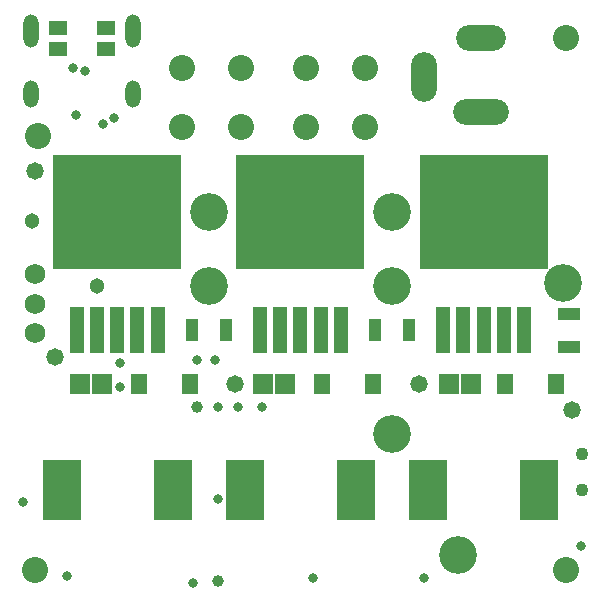
<source format=gbs>
G04*
G04 #@! TF.GenerationSoftware,Altium Limited,CircuitMaker,2.3.0 (2.3.0.3)*
G04*
G04 Layer_Color=8150272*
%FSLAX25Y25*%
%MOIN*%
G70*
G04*
G04 #@! TF.SameCoordinates,16FC6845-B66D-4252-ADF8-C3080C0A7A4D*
G04*
G04*
G04 #@! TF.FilePolarity,Negative*
G04*
G01*
G75*
G04:AMPARAMS|DCode=51|XSize=90.68mil|YSize=51.31mil|CornerRadius=25.65mil|HoleSize=0mil|Usage=FLASHONLY|Rotation=270.000|XOffset=0mil|YOffset=0mil|HoleType=Round|Shape=RoundedRectangle|*
%AMROUNDEDRECTD51*
21,1,0.09068,0.00000,0,0,270.0*
21,1,0.03937,0.05131,0,0,270.0*
1,1,0.05131,0.00000,-0.01968*
1,1,0.05131,0.00000,0.01968*
1,1,0.05131,0.00000,0.01968*
1,1,0.05131,0.00000,-0.01968*
%
%ADD51ROUNDEDRECTD51*%
G04:AMPARAMS|DCode=52|XSize=110.36mil|YSize=51.31mil|CornerRadius=25.65mil|HoleSize=0mil|Usage=FLASHONLY|Rotation=270.000|XOffset=0mil|YOffset=0mil|HoleType=Round|Shape=RoundedRectangle|*
%AMROUNDEDRECTD52*
21,1,0.11036,0.00000,0,0,270.0*
21,1,0.05905,0.05131,0,0,270.0*
1,1,0.05131,0.00000,-0.02953*
1,1,0.05131,0.00000,0.02953*
1,1,0.05131,0.00000,0.02953*
1,1,0.05131,0.00000,-0.02953*
%
%ADD52ROUNDEDRECTD52*%
%ADD53C,0.04343*%
%ADD54C,0.06800*%
%ADD55O,0.08674X0.16548*%
%ADD56O,0.16548X0.08674*%
%ADD57O,0.18516X0.08674*%
%ADD58C,0.08674*%
%ADD59C,0.03950*%
%ADD60C,0.03162*%
%ADD61C,0.05131*%
%ADD62C,0.05800*%
%ADD63C,0.12611*%
%ADD103R,0.05800X0.06600*%
%ADD104R,0.06902X0.06902*%
%ADD105R,0.04343X0.07296*%
%ADD106R,0.07296X0.04343*%
%ADD107R,0.12611X0.20485*%
%ADD108R,0.06115X0.04737*%
%ADD109R,0.43123X0.38005*%
%ADD110R,0.04737X0.15761*%
D51*
X142598Y268347D02*
D03*
X108583D02*
D03*
D52*
Y289449D02*
D03*
X142598D02*
D03*
D53*
X292421Y148228D02*
D03*
Y136417D02*
D03*
D54*
X109843Y188583D02*
D03*
Y198425D02*
D03*
Y208268D02*
D03*
D55*
X239567Y274213D02*
D03*
D56*
X258465Y287008D02*
D03*
D57*
Y262402D02*
D03*
D58*
X200394Y257480D02*
D03*
X220079D02*
D03*
Y277165D02*
D03*
X200394D02*
D03*
X159055Y257480D02*
D03*
X178740D02*
D03*
Y277165D02*
D03*
X159055D02*
D03*
X110827Y254528D02*
D03*
X109843Y109843D02*
D03*
X287008D02*
D03*
Y287008D02*
D03*
D59*
X163976Y163976D02*
D03*
X170866Y105905D02*
D03*
D60*
Y163976D02*
D03*
X177756D02*
D03*
X185630D02*
D03*
X239764Y106890D02*
D03*
X169882Y179724D02*
D03*
X163976D02*
D03*
X138386Y178740D02*
D03*
Y170866D02*
D03*
X105905Y132480D02*
D03*
X120669Y107874D02*
D03*
X162500Y105413D02*
D03*
X170866Y133465D02*
D03*
X202559Y107087D02*
D03*
X291929Y117717D02*
D03*
X122638Y277165D02*
D03*
X126575Y276181D02*
D03*
X136417Y260433D02*
D03*
X123622Y261417D02*
D03*
X132480Y258465D02*
D03*
D61*
X130512Y204331D02*
D03*
X108858Y225984D02*
D03*
D62*
X109843Y242717D02*
D03*
X116732Y180709D02*
D03*
X176772Y171850D02*
D03*
X237795D02*
D03*
X288976Y162992D02*
D03*
D63*
X228937Y155118D02*
D03*
X250945Y114764D02*
D03*
X228937Y204331D02*
D03*
X167913D02*
D03*
Y228937D02*
D03*
X228937D02*
D03*
X286024Y205315D02*
D03*
D103*
X161614Y171850D02*
D03*
X144650D02*
D03*
X222638D02*
D03*
X205673D02*
D03*
X283661D02*
D03*
X266697D02*
D03*
D104*
X132185D02*
D03*
X124902D02*
D03*
X193209D02*
D03*
X185925D02*
D03*
X255217D02*
D03*
X247933D02*
D03*
D105*
X173524Y189567D02*
D03*
X162303D02*
D03*
X234547D02*
D03*
X223327D02*
D03*
D106*
X287992Y183957D02*
D03*
Y195177D02*
D03*
D107*
X155905Y136417D02*
D03*
X118898D02*
D03*
X179921D02*
D03*
X216929D02*
D03*
X277953D02*
D03*
X240945D02*
D03*
D108*
X133465Y290551D02*
D03*
Y283465D02*
D03*
X117717Y283465D02*
D03*
Y290551D02*
D03*
D109*
X137402Y228937D02*
D03*
X198425Y228937D02*
D03*
X259449D02*
D03*
D110*
X150787Y189567D02*
D03*
X144095D02*
D03*
X137402D02*
D03*
X130709D02*
D03*
X124016D02*
D03*
X211811Y189567D02*
D03*
X205118D02*
D03*
X198425D02*
D03*
X191732D02*
D03*
X185039D02*
D03*
X272835D02*
D03*
X266142D02*
D03*
X259449D02*
D03*
X252756D02*
D03*
X246063D02*
D03*
M02*

</source>
